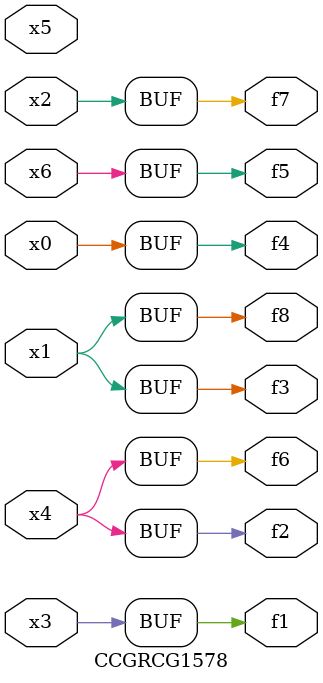
<source format=v>
module CCGRCG1578(
	input x0, x1, x2, x3, x4, x5, x6,
	output f1, f2, f3, f4, f5, f6, f7, f8
);
	assign f1 = x3;
	assign f2 = x4;
	assign f3 = x1;
	assign f4 = x0;
	assign f5 = x6;
	assign f6 = x4;
	assign f7 = x2;
	assign f8 = x1;
endmodule

</source>
